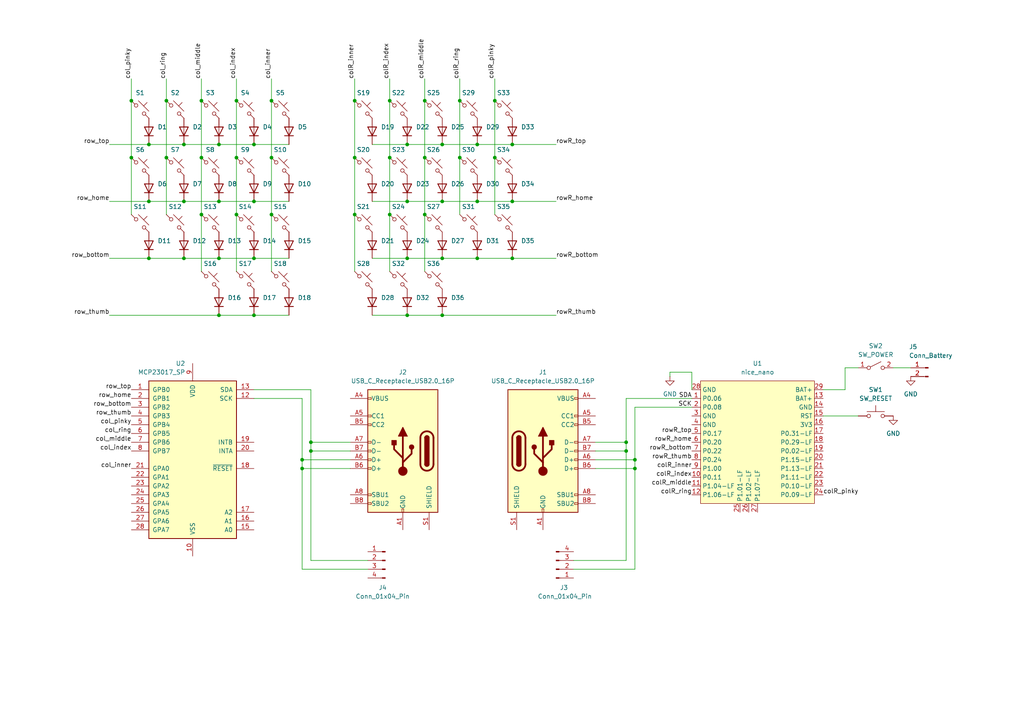
<source format=kicad_sch>
(kicad_sch (version 20250114) (generator "eeschema") (generator_version "9.0")
  (paper "A4")
  (junction (at 113.03 29.21))
  (junction (at 128.27 91.44))
  (junction (at 48.26 29.21))
  (junction (at 90.17 130.81))
  (junction (at 123.19 62.23))
  (junction (at 138.43 58.42))
  (junction (at 138.43 41.91))
  (junction (at 38.1 29.21))
  (junction (at 143.51 29.21))
  (junction (at 63.5 58.42))
  (junction (at 48.26 45.72))
  (junction (at 143.51 45.72))
  (junction (at 63.5 41.91))
  (junction (at 118.11 91.44))
  (junction (at 63.5 91.44))
  (junction (at 128.27 58.42))
  (junction (at 73.66 91.44))
  (junction (at 58.42 29.21))
  (junction (at 148.59 74.93))
  (junction (at 73.66 41.91))
  (junction (at 68.58 62.23))
  (junction (at 78.74 45.72))
  (junction (at 102.87 62.23))
  (junction (at 148.59 58.42))
  (junction (at 43.18 58.42))
  (junction (at 63.5 74.93))
  (junction (at 128.27 41.91))
  (junction (at 102.87 29.21))
  (junction (at 148.59 41.91))
  (junction (at 43.18 74.93))
  (junction (at 184.15 135.89))
  (junction (at 43.18 41.91))
  (junction (at 58.42 45.72))
  (junction (at 123.19 29.21))
  (junction (at 73.66 74.93))
  (junction (at 90.17 128.27))
  (junction (at 133.35 29.21))
  (junction (at 113.03 62.23))
  (junction (at 128.27 74.93))
  (junction (at 138.43 74.93))
  (junction (at 181.61 130.81))
  (junction (at 38.1 45.72))
  (junction (at 73.66 58.42))
  (junction (at 181.61 128.27))
  (junction (at 78.74 62.23))
  (junction (at 78.74 29.21))
  (junction (at 87.63 135.89))
  (junction (at 68.58 45.72))
  (junction (at 53.34 41.91))
  (junction (at 118.11 74.93))
  (junction (at 102.87 45.72))
  (junction (at 123.19 45.72))
  (junction (at 58.42 62.23))
  (junction (at 184.15 133.35))
  (junction (at 87.63 133.35))
  (junction (at 113.03 45.72))
  (junction (at 53.34 74.93))
  (junction (at 68.58 29.21))
  (junction (at 118.11 58.42))
  (junction (at 133.35 45.72))
  (junction (at 118.11 41.91))
  (junction (at 53.34 58.42))
  (wire (pts (xy 123.19 45.72) (xy 123.19 62.23)))
  (wire (pts (xy 58.42 62.23) (xy 58.42 78.74)))
  (wire (pts (xy 259.08 106.68) (xy 264.16 106.68)))
  (wire (pts (xy 31.75 58.42) (xy 43.18 58.42)))
  (wire (pts (xy 245.11 106.68) (xy 248.92 106.68)))
  (wire (pts (xy 68.58 62.23) (xy 68.58 78.74)))
  (wire (pts (xy 172.72 133.35) (xy 184.15 133.35)))
  (wire (pts (xy 133.35 29.21) (xy 133.35 45.72)))
  (wire (pts (xy 194.31 107.95) (xy 200.66 107.95)))
  (wire (pts (xy 118.11 58.42) (xy 128.27 58.42)))
  (wire (pts (xy 184.15 165.1) (xy 166.37 165.1)))
  (wire (pts (xy 143.51 45.72) (xy 143.51 62.23)))
  (wire (pts (xy 107.95 91.44) (xy 118.11 91.44)))
  (wire (pts (xy 53.34 41.91) (xy 63.5 41.91)))
  (wire (pts (xy 128.27 41.91) (xy 138.43 41.91)))
  (wire (pts (xy 118.11 74.93) (xy 128.27 74.93)))
  (wire (pts (xy 184.15 135.89) (xy 184.15 165.1)))
  (wire (pts (xy 181.61 128.27) (xy 172.72 128.27)))
  (wire (pts (xy 118.11 41.91) (xy 128.27 41.91)))
  (wire (pts (xy 102.87 45.72) (xy 102.87 62.23)))
  (wire (pts (xy 181.61 130.81) (xy 181.61 162.56)))
  (wire (pts (xy 128.27 74.93) (xy 138.43 74.93)))
  (wire (pts (xy 68.58 29.21) (xy 68.58 45.72)))
  (wire (pts (xy 106.68 165.1) (xy 87.63 165.1)))
  (wire (pts (xy 43.18 41.91) (xy 53.34 41.91)))
  (wire (pts (xy 38.1 45.72) (xy 38.1 62.23)))
  (wire (pts (xy 73.66 41.91) (xy 83.82 41.91)))
  (wire (pts (xy 138.43 58.42) (xy 148.59 58.42)))
  (wire (pts (xy 90.17 113.03) (xy 90.17 128.27)))
  (wire (pts (xy 166.37 162.56) (xy 181.61 162.56)))
  (wire (pts (xy 143.51 22.86) (xy 143.51 29.21)))
  (wire (pts (xy 184.15 133.35) (xy 184.15 135.89)))
  (wire (pts (xy 245.11 113.03) (xy 245.11 106.68)))
  (wire (pts (xy 90.17 130.81) (xy 90.17 162.56)))
  (wire (pts (xy 73.66 113.03) (xy 90.17 113.03)))
  (wire (pts (xy 123.19 62.23) (xy 123.19 78.74)))
  (wire (pts (xy 31.75 74.93) (xy 43.18 74.93)))
  (wire (pts (xy 148.59 74.93) (xy 161.29 74.93)))
  (wire (pts (xy 78.74 22.86) (xy 78.74 29.21)))
  (wire (pts (xy 53.34 58.42) (xy 63.5 58.42)))
  (wire (pts (xy 63.5 58.42) (xy 73.66 58.42)))
  (wire (pts (xy 102.87 62.23) (xy 102.87 78.74)))
  (wire (pts (xy 123.19 22.86) (xy 123.19 29.21)))
  (wire (pts (xy 87.63 133.35) (xy 101.6 133.35)))
  (wire (pts (xy 58.42 45.72) (xy 58.42 62.23)))
  (wire (pts (xy 53.34 74.93) (xy 63.5 74.93)))
  (wire (pts (xy 63.5 74.93) (xy 73.66 74.93)))
  (wire (pts (xy 90.17 128.27) (xy 101.6 128.27)))
  (wire (pts (xy 113.03 29.21) (xy 113.03 45.72)))
  (wire (pts (xy 63.5 91.44) (xy 73.66 91.44)))
  (wire (pts (xy 123.19 29.21) (xy 123.19 45.72)))
  (wire (pts (xy 118.11 91.44) (xy 128.27 91.44)))
  (wire (pts (xy 73.66 58.42) (xy 83.82 58.42)))
  (wire (pts (xy 73.66 91.44) (xy 83.82 91.44)))
  (wire (pts (xy 48.26 22.86) (xy 48.26 29.21)))
  (wire (pts (xy 90.17 162.56) (xy 106.68 162.56)))
  (wire (pts (xy 58.42 22.86) (xy 58.42 29.21)))
  (wire (pts (xy 78.74 29.21) (xy 78.74 45.72)))
  (wire (pts (xy 138.43 74.93) (xy 148.59 74.93)))
  (wire (pts (xy 58.42 29.21) (xy 58.42 45.72)))
  (wire (pts (xy 238.76 113.03) (xy 245.11 113.03)))
  (wire (pts (xy 107.95 74.93) (xy 118.11 74.93)))
  (wire (pts (xy 181.61 115.57) (xy 181.61 128.27)))
  (wire (pts (xy 133.35 45.72) (xy 133.35 62.23)))
  (wire (pts (xy 200.66 115.57) (xy 181.61 115.57)))
  (wire (pts (xy 101.6 135.89) (xy 87.63 135.89)))
  (wire (pts (xy 200.66 107.95) (xy 200.66 113.03)))
  (wire (pts (xy 90.17 128.27) (xy 90.17 130.81)))
  (wire (pts (xy 238.76 120.65) (xy 248.92 120.65)))
  (wire (pts (xy 143.51 29.21) (xy 143.51 45.72)))
  (wire (pts (xy 87.63 115.57) (xy 87.63 133.35)))
  (wire (pts (xy 172.72 130.81) (xy 181.61 130.81)))
  (wire (pts (xy 68.58 45.72) (xy 68.58 62.23)))
  (wire (pts (xy 102.87 22.86) (xy 102.87 29.21)))
  (wire (pts (xy 148.59 41.91) (xy 161.29 41.91)))
  (wire (pts (xy 63.5 41.91) (xy 73.66 41.91)))
  (wire (pts (xy 73.66 74.93) (xy 83.82 74.93)))
  (wire (pts (xy 102.87 29.21) (xy 102.87 45.72)))
  (wire (pts (xy 68.58 22.86) (xy 68.58 29.21)))
  (wire (pts (xy 78.74 45.72) (xy 78.74 62.23)))
  (wire (pts (xy 87.63 135.89) (xy 87.63 165.1)))
  (wire (pts (xy 73.66 115.57) (xy 87.63 115.57)))
  (wire (pts (xy 43.18 74.93) (xy 53.34 74.93)))
  (wire (pts (xy 107.95 58.42) (xy 118.11 58.42)))
  (wire (pts (xy 107.95 41.91) (xy 118.11 41.91)))
  (wire (pts (xy 128.27 91.44) (xy 161.29 91.44)))
  (wire (pts (xy 200.66 118.11) (xy 184.15 118.11)))
  (wire (pts (xy 128.27 58.42) (xy 138.43 58.42)))
  (wire (pts (xy 184.15 118.11) (xy 184.15 133.35)))
  (wire (pts (xy 31.75 91.44) (xy 63.5 91.44)))
  (wire (pts (xy 87.63 133.35) (xy 87.63 135.89)))
  (wire (pts (xy 133.35 22.86) (xy 133.35 29.21)))
  (wire (pts (xy 194.31 107.95) (xy 194.31 109.22)))
  (wire (pts (xy 113.03 22.86) (xy 113.03 29.21)))
  (wire (pts (xy 101.6 130.81) (xy 90.17 130.81)))
  (wire (pts (xy 172.72 135.89) (xy 184.15 135.89)))
  (wire (pts (xy 31.75 41.91) (xy 43.18 41.91)))
  (wire (pts (xy 38.1 29.21) (xy 38.1 45.72)))
  (wire (pts (xy 78.74 62.23) (xy 78.74 78.74)))
  (wire (pts (xy 43.18 58.42) (xy 53.34 58.42)))
  (wire (pts (xy 48.26 45.72) (xy 48.26 62.23)))
  (wire (pts (xy 113.03 45.72) (xy 113.03 62.23)))
  (wire (pts (xy 38.1 22.86) (xy 38.1 29.21)))
  (wire (pts (xy 181.61 128.27) (xy 181.61 130.81)))
  (wire (pts (xy 138.43 41.91) (xy 148.59 41.91)))
  (wire (pts (xy 113.03 62.23) (xy 113.03 78.74)))
  (wire (pts (xy 48.26 29.21) (xy 48.26 45.72)))
  (wire (pts (xy 148.59 58.42) (xy 161.29 58.42)))
  (label "row_top" (at 38.1 113.03 180))
  (label "col_pinky" (at 38.1 123.19 180))
  (label "SDA" (at 200.66 115.57 180))
  (label "rowR_bottom" (at 161.29 74.93 0))
  (label "row_top" (at 31.75 41.91 180))
  (label "row_bottom" (at 38.1 118.11 180))
  (label "colR_index" (at 113.03 22.86 90))
  (label "rowR_top" (at 200.66 125.73 180))
  (label "row_home" (at 31.75 58.42 180))
  (label "SCK" (at 200.66 118.11 180))
  (label "rowR_home" (at 200.66 128.27 180))
  (label "col_middle" (at 38.1 128.27 180))
  (label "row_thumb" (at 31.75 91.44 180))
  (label "colR_ring" (at 133.35 22.86 90))
  (label "col_index" (at 38.1 130.81 180))
  (label "rowR_thumb" (at 200.66 133.35 180))
  (label "row_home" (at 38.1 115.57 180))
  (label "rowR_home" (at 161.29 58.42 0))
  (label "row_thumb" (at 38.1 120.65 180))
  (label "row_bottom" (at 31.75 74.93 180))
  (label "colR_ring" (at 200.66 143.51 180))
  (label "colR_middle" (at 200.66 140.97 180))
  (label "colR_inner" (at 200.66 135.89 180))
  (label "rowR_thumb" (at 161.29 91.44 0))
  (label "col_index" (at 68.58 22.86 90))
  (label "col_inner" (at 78.74 22.86 90))
  (label "col_inner" (at 38.1 135.89 180))
  (label "colR_inner" (at 102.87 22.86 90))
  (label "colR_index" (at 200.66 138.43 180))
  (label "col_middle" (at 58.42 22.86 90))
  (label "colR_middle" (at 123.19 22.86 90))
  (label "rowR_bottom" (at 200.66 130.81 180))
  (label "colR_pinky" (at 143.51 22.86 90))
  (label "colR_pinky" (at 238.76 143.51 0))
  (label "col_pinky" (at 38.1 22.86 90))
  (label "col_ring" (at 38.1 125.73 180))
  (label "rowR_top" (at 161.29 41.91 0))
  (label "col_ring" (at 48.26 22.86 90))
  (symbol (lib_id "PCM_marbastlib-choc:choc_v1_SW_HS_CPG135001S30") (at 115.57 48.26 0) (unit 1)
    (property "Reference" "S23" (at 115.57 43.434 0))
    (property "Value" "choc_v1_SW_HS" (effects (hide yes)))
    (property "Footprint" "PCM_marbastlib-choc:SW_choc_v1_HS_CPG135001S30_1u" (effects (hide yes)))
    (property "Description" "Push button switch, normally open, two pins, 45° tilted" (effects (hide yes)))
  )
  (symbol (lib_id "Diode:1N4148") (at 53.34 54.61 90) (unit 1)
    (property "Reference" "D7" (at 55.88 53.3399 90) (effects (justify right)))
    (property "Value" "1N4148" (effects (hide yes)))
    (property "Footprint" "Diode_THT:D_DO-35_SOD27_P7.62mm_Horizontal" (effects (hide yes)))
    (property "Datasheet" "https://assets.nexperia.com/documents/data-sheet/1N4148_1N4448.pdf" (effects (hide yes)))
    (property "Description" "100V 0.15A standard switching diode, DO-35" (effects (hide yes)))
    (property "Sim.Device" "D" (effects (hide yes)))
    (property "Sim.Pins" "1=K 2=A" (effects (hide yes)))
  )
  (symbol (lib_id "Diode:1N4148") (at 73.66 71.12 90) (unit 1)
    (property "Reference" "D14" (at 76.2 69.8499 90) (effects (justify right)))
    (property "Value" "1N4148" (effects (hide yes)))
    (property "Footprint" "Diode_THT:D_DO-35_SOD27_P7.62mm_Horizontal" (effects (hide yes)))
    (property "Datasheet" "https://assets.nexperia.com/documents/data-sheet/1N4148_1N4448.pdf" (effects (hide yes)))
    (property "Description" "100V 0.15A standard switching diode, DO-35" (effects (hide yes)))
    (property "Sim.Device" "D" (effects (hide yes)))
    (property "Sim.Pins" "1=K 2=A" (effects (hide yes)))
  )
  (symbol (lib_id "PCM_marbastlib-choc:choc_v1_SW_HS_CPG135001S30") (at 105.41 48.26 0) (unit 1)
    (property "Reference" "S20" (at 105.41 43.434 0))
    (property "Value" "choc_v1_SW_HS" (effects (hide yes)))
    (property "Footprint" "PCM_marbastlib-choc:SW_choc_v1_HS_CPG135001S30_1u" (effects (hide yes)))
    (property "Description" "Push button switch, normally open, two pins, 45° tilted" (effects (hide yes)))
  )
  (symbol (lib_id "PCM_marbastlib-choc:choc_v1_SW_HS_CPG135001S30") (at 125.73 64.77 0) (unit 1)
    (property "Reference" "S27" (at 125.73 59.944 0))
    (property "Value" "choc_v1_SW_HS" (effects (hide yes)))
    (property "Footprint" "PCM_marbastlib-choc:SW_choc_v1_HS_CPG135001S30_1u" (effects (hide yes)))
    (property "Description" "Push button switch, normally open, two pins, 45° tilted" (effects (hide yes)))
  )
  (symbol (lib_id "PCM_marbastlib-choc:choc_v1_SW_HS_CPG135001S30") (at 60.96 81.28 0) (unit 1)
    (property "Reference" "S16" (at 60.96 76.454 0))
    (property "Value" "choc_v1_SW_HS" (effects (hide yes)))
    (property "Footprint" "PCM_marbastlib-choc:SW_choc_v1_HS_CPG135001S30_1u" (effects (hide yes)))
    (property "Description" "Push button switch, normally open, two pins, 45° tilted" (effects (hide yes)))
  )
  (symbol (lib_id "PCM_marbastlib-choc:choc_v1_SW_HS_CPG135001S30") (at 146.05 64.77 0) (unit 1)
    (property "Reference" "S35" (at 146.05 59.944 0))
    (property "Value" "choc_v1_SW_HS" (effects (hide yes)))
    (property "Footprint" "PCM_marbastlib-choc:SW_choc_v1_HS_CPG135001S30_1u" (effects (hide yes)))
    (property "Description" "Push button switch, normally open, two pins, 45° tilted" (effects (hide yes)))
  )
  (symbol (lib_id "PCM_marbastlib-choc:choc_v1_SW_HS_CPG135001S30") (at 40.64 64.77 0) (unit 1)
    (property "Reference" "S11" (at 40.64 59.944 0))
    (property "Value" "choc_v1_SW_HS" (effects (hide yes)))
    (property "Footprint" "PCM_marbastlib-choc:SW_choc_v1_HS_CPG135001S30_1u" (effects (hide yes)))
    (property "Description" "Push button switch, normally open, two pins, 45° tilted" (effects (hide yes)))
  )
  (symbol (lib_id "Diode:1N4148") (at 148.59 54.61 90) (unit 1)
    (property "Reference" "D34" (at 151.13 53.3399 90) (effects (justify right)))
    (property "Value" "1N4148" (effects (hide yes)))
    (property "Footprint" "Diode_THT:D_DO-35_SOD27_P7.62mm_Horizontal" (effects (hide yes)))
    (property "Datasheet" "https://assets.nexperia.com/documents/data-sheet/1N4148_1N4448.pdf" (effects (hide yes)))
    (property "Description" "100V 0.15A standard switching diode, DO-35" (effects (hide yes)))
    (property "Sim.Device" "D" (effects (hide yes)))
    (property "Sim.Pins" "1=K 2=A" (effects (hide yes)))
  )
  (symbol (lib_id "Interface_Expansion:MCP23017_SP") (at 55.88 133.35 0) (mirror y) (unit 1)
    (property "Reference" "U2" (at 53.7367 105.41 0) (effects (justify left)))
    (property "Value" "MCP23017_SP" (at 53.7367 107.95 0) (effects (justify left)))
    (property "Footprint" "Package_DIP:DIP-28_W7.62mm" (effects (hide yes)))
    (property "Datasheet" "https://ww1.microchip.com/downloads/aemDocuments/documents/APID/ProductDocuments/DataSheets/MCP23017-Data-Sheet-DS20001952.pdf" (effects (hide yes)))
    (property "Description" "16-bit I/O expander, I2C, interrupts, w pull-ups, SPDIP-28" (effects (hide yes)))
  )
  (symbol (lib_id "Diode:1N4148") (at 63.5 87.63 90) (unit 1)
    (property "Reference" "D16" (at 66.04 86.3599 90) (effects (justify right)))
    (property "Value" "1N4148" (effects (hide yes)))
    (property "Footprint" "Diode_THT:D_DO-35_SOD27_P7.62mm_Horizontal" (effects (hide yes)))
    (property "Datasheet" "https://assets.nexperia.com/documents/data-sheet/1N4148_1N4448.pdf" (effects (hide yes)))
    (property "Description" "100V 0.15A standard switching diode, DO-35" (effects (hide yes)))
    (property "Sim.Device" "D" (effects (hide yes)))
    (property "Sim.Pins" "1=K 2=A" (effects (hide yes)))
  )
  (symbol (lib_id "Diode:1N4148") (at 128.27 54.61 90) (unit 1)
    (property "Reference" "D26" (at 130.81 53.3399 90) (effects (justify right)))
    (property "Value" "1N4148" (effects (hide yes)))
    (property "Footprint" "Diode_THT:D_DO-35_SOD27_P7.62mm_Horizontal" (effects (hide yes)))
    (property "Datasheet" "https://assets.nexperia.com/documents/data-sheet/1N4148_1N4448.pdf" (effects (hide yes)))
    (property "Description" "100V 0.15A standard switching diode, DO-35" (effects (hide yes)))
    (property "Sim.Device" "D" (effects (hide yes)))
    (property "Sim.Pins" "1=K 2=A" (effects (hide yes)))
  )
  (symbol (lib_id "Switch:SW_Push") (at 254 120.65 0) (unit 1)
    (property "Reference" "SW1" (at 254 113.03 0))
    (property "Value" "SW_RESET" (at 254 115.57 0))
    (property "Footprint" "Button_Switch_SMD:SW_Push_SPST_NO_Alps_SKRK" (effects (hide yes)))
    (property "Description" "Push button switch, generic, two pins" (effects (hide yes)))
  )
  (symbol (lib_id "Diode:1N4148") (at 138.43 38.1 90) (unit 1)
    (property "Reference" "D29" (at 140.97 36.8299 90) (effects (justify right)))
    (property "Value" "1N4148" (effects (hide yes)))
    (property "Footprint" "Diode_THT:D_DO-35_SOD27_P7.62mm_Horizontal" (effects (hide yes)))
    (property "Datasheet" "https://assets.nexperia.com/documents/data-sheet/1N4148_1N4448.pdf" (effects (hide yes)))
    (property "Description" "100V 0.15A standard switching diode, DO-35" (effects (hide yes)))
    (property "Sim.Device" "D" (effects (hide yes)))
    (property "Sim.Pins" "1=K 2=A" (effects (hide yes)))
  )
  (symbol (lib_id "PCM_marbastlib-choc:choc_v1_SW_HS_CPG135001S30") (at 125.73 81.28 0) (unit 1)
    (property "Reference" "S36" (at 125.73 76.454 0))
    (property "Value" "choc_v1_SW_HS" (effects (hide yes)))
    (property "Footprint" "PCM_marbastlib-choc:SW_choc_v1_HS_CPG135001S30_1u" (effects (hide yes)))
    (property "Description" "Push button switch, normally open, two pins, 45° tilted" (effects (hide yes)))
  )
  (symbol (lib_id "Diode:1N4148") (at 148.59 38.1 90) (unit 1)
    (property "Reference" "D33" (at 151.13 36.8299 90) (effects (justify right)))
    (property "Value" "1N4148" (effects (hide yes)))
    (property "Footprint" "Diode_THT:D_DO-35_SOD27_P7.62mm_Horizontal" (effects (hide yes)))
    (property "Datasheet" "https://assets.nexperia.com/documents/data-sheet/1N4148_1N4448.pdf" (effects (hide yes)))
    (property "Description" "100V 0.15A standard switching diode, DO-35" (effects (hide yes)))
    (property "Sim.Device" "D" (effects (hide yes)))
    (property "Sim.Pins" "1=K 2=A" (effects (hide yes)))
  )
  (symbol (lib_id "Diode:1N4148") (at 83.82 71.12 90) (unit 1)
    (property "Reference" "D15" (at 86.36 69.8499 90) (effects (justify right)))
    (property "Value" "1N4148" (effects (hide yes)))
    (property "Footprint" "Diode_THT:D_DO-35_SOD27_P7.62mm_Horizontal" (effects (hide yes)))
    (property "Datasheet" "https://assets.nexperia.com/documents/data-sheet/1N4148_1N4448.pdf" (effects (hide yes)))
    (property "Description" "100V 0.15A standard switching diode, DO-35" (effects (hide yes)))
    (property "Sim.Device" "D" (effects (hide yes)))
    (property "Sim.Pins" "1=K 2=A" (effects (hide yes)))
  )
  (symbol (lib_id "PCM_marbastlib-promicroish:nice_nano") (at 219.71 129.54 0) (unit 1) (in_bom no)
    (property "Reference" "U1" (at 219.71 105.41 0))
    (property "Value" "nice_nano" (at 219.71 107.95 0))
    (property "Footprint" "PCM_marbastlib-xp-promicroish:nice_nano_AH_USBup" (effects (hide yes)))
    (property "Datasheet" "https://nicekeyboards.com/docs/nice-nano/pinout-schematic" (effects (hide yes)))
    (property "Description" "Symbol for an nicekeyboards nice!nano" (effects (hide yes)))
  )
  (symbol (lib_id "Diode:1N4148") (at 73.66 54.61 90) (unit 1)
    (property "Reference" "D9" (at 76.2 53.3399 90) (effects (justify right)))
    (property "Value" "1N4148" (effects (hide yes)))
    (property "Footprint" "Diode_THT:D_DO-35_SOD27_P7.62mm_Horizontal" (effects (hide yes)))
    (property "Datasheet" "https://assets.nexperia.com/documents/data-sheet/1N4148_1N4448.pdf" (effects (hide yes)))
    (property "Description" "100V 0.15A standard switching diode, DO-35" (effects (hide yes)))
    (property "Sim.Device" "D" (effects (hide yes)))
    (property "Sim.Pins" "1=K 2=A" (effects (hide yes)))
  )
  (symbol (lib_id "Diode:1N4148") (at 73.66 87.63 90) (unit 1)
    (property "Reference" "D17" (at 76.2 86.3599 90) (effects (justify right)))
    (property "Value" "1N4148" (effects (hide yes)))
    (property "Footprint" "Diode_THT:D_DO-35_SOD27_P7.62mm_Horizontal" (effects (hide yes)))
    (property "Datasheet" "https://assets.nexperia.com/documents/data-sheet/1N4148_1N4448.pdf" (effects (hide yes)))
    (property "Description" "100V 0.15A standard switching diode, DO-35" (effects (hide yes)))
    (property "Sim.Device" "D" (effects (hide yes)))
    (property "Sim.Pins" "1=K 2=A" (effects (hide yes)))
  )
  (symbol (lib_id "Connector:Conn_01x02_Pin") (at 269.24 106.68 0) (mirror y) (unit 1)
    (property "Reference" "J5" (at 263.652 100.584 0) (effects (justify right)))
    (property "Value" "Conn_Battery" (at 263.652 103.124 0) (effects (justify right)))
    (property "Footprint" "Connector_JST:JST_EH_S2B-EH_1x02_P2.50mm_Horizontal" (effects (hide yes)))
    (property "Description" "Generic connector, single row, 01x02, script generated" (effects (hide yes)))
  )
  (symbol (lib_id "PCM_marbastlib-choc:choc_v1_SW_HS_CPG135001S30") (at 105.41 31.75 0) (unit 1)
    (property "Reference" "S19" (at 105.41 26.924 0))
    (property "Value" "choc_v1_SW_HS" (effects (hide yes)))
    (property "Footprint" "PCM_marbastlib-choc:SW_choc_v1_HS_CPG135001S30_1u" (effects (hide yes)))
    (property "Description" "Push button switch, normally open, two pins, 45° tilted" (effects (hide yes)))
  )
  (symbol (lib_id "Diode:1N4148") (at 53.34 38.1 90) (unit 1)
    (property "Reference" "D2" (at 55.88 36.8299 90) (effects (justify right)))
    (property "Value" "1N4148" (effects (hide yes)))
    (property "Footprint" "Diode_THT:D_DO-35_SOD27_P7.62mm_Horizontal" (effects (hide yes)))
    (property "Datasheet" "https://assets.nexperia.com/documents/data-sheet/1N4148_1N4448.pdf" (effects (hide yes)))
    (property "Description" "100V 0.15A standard switching diode, DO-35" (effects (hide yes)))
    (property "Sim.Device" "D" (effects (hide yes)))
    (property "Sim.Pins" "1=K 2=A" (effects (hide yes)))
  )
  (symbol (lib_id "Diode:1N4148") (at 63.5 71.12 90) (unit 1)
    (property "Reference" "D13" (at 66.04 69.8499 90) (effects (justify right)))
    (property "Value" "1N4148" (effects (hide yes)))
    (property "Footprint" "Diode_THT:D_DO-35_SOD27_P7.62mm_Horizontal" (effects (hide yes)))
    (property "Datasheet" "https://assets.nexperia.com/documents/data-sheet/1N4148_1N4448.pdf" (effects (hide yes)))
    (property "Description" "100V 0.15A standard switching diode, DO-35" (effects (hide yes)))
    (property "Sim.Device" "D" (effects (hide yes)))
    (property "Sim.Pins" "1=K 2=A" (effects (hide yes)))
  )
  (symbol (lib_id "PCM_marbastlib-choc:choc_v1_SW_HS_CPG135001S30") (at 135.89 64.77 0) (unit 1)
    (property "Reference" "S31" (at 135.89 59.944 0))
    (property "Value" "choc_v1_SW_HS" (effects (hide yes)))
    (property "Footprint" "PCM_marbastlib-choc:SW_choc_v1_HS_CPG135001S30_1u" (effects (hide yes)))
    (property "Description" "Push button switch, normally open, two pins, 45° tilted" (effects (hide yes)))
  )
  (symbol (lib_id "Diode:1N4148") (at 118.11 54.61 90) (unit 1)
    (property "Reference" "D23" (at 120.65 53.3399 90) (effects (justify right)))
    (property "Value" "1N4148" (effects (hide yes)))
    (property "Footprint" "Diode_THT:D_DO-35_SOD27_P7.62mm_Horizontal" (effects (hide yes)))
    (property "Datasheet" "https://assets.nexperia.com/documents/data-sheet/1N4148_1N4448.pdf" (effects (hide yes)))
    (property "Description" "100V 0.15A standard switching diode, DO-35" (effects (hide yes)))
    (property "Sim.Device" "D" (effects (hide yes)))
    (property "Sim.Pins" "1=K 2=A" (effects (hide yes)))
  )
  (symbol (lib_id "power:GND") (at 194.31 109.22 0) (unit 1)
    (property "Reference" "#PWR02" (effects (hide yes)))
    (property "Value" "GND" (at 194.31 114.3 0))
    (property "Description" "Power symbol creates a global label with name \"GND\" , ground" (effects (hide yes)))
  )
  (symbol (lib_id "PCM_marbastlib-choc:choc_v1_SW_HS_CPG135001S30") (at 125.73 31.75 0) (unit 1)
    (property "Reference" "S25" (at 125.73 26.924 0))
    (property "Value" "choc_v1_SW_HS" (effects (hide yes)))
    (property "Footprint" "PCM_marbastlib-choc:SW_choc_v1_HS_CPG135001S30_1u" (effects (hide yes)))
    (property "Description" "Push button switch, normally open, two pins, 45° tilted" (effects (hide yes)))
  )
  (symbol (lib_id "Diode:1N4148") (at 128.27 38.1 90) (unit 1)
    (property "Reference" "D25" (at 130.81 36.8299 90) (effects (justify right)))
    (property "Value" "1N4148" (effects (hide yes)))
    (property "Footprint" "Diode_THT:D_DO-35_SOD27_P7.62mm_Horizontal" (effects (hide yes)))
    (property "Datasheet" "https://assets.nexperia.com/documents/data-sheet/1N4148_1N4448.pdf" (effects (hide yes)))
    (property "Description" "100V 0.15A standard switching diode, DO-35" (effects (hide yes)))
    (property "Sim.Device" "D" (effects (hide yes)))
    (property "Sim.Pins" "1=K 2=A" (effects (hide yes)))
  )
  (symbol (lib_id "PCM_marbastlib-choc:choc_v1_SW_HS_CPG135001S30") (at 40.64 48.26 0) (unit 1)
    (property "Reference" "S6" (at 40.64 43.434 0))
    (property "Value" "choc_v1_SW_HS" (effects (hide yes)))
    (property "Footprint" "PCM_marbastlib-choc:SW_choc_v1_HS_CPG135001S30_1u" (effects (hide yes)))
    (property "Description" "Push button switch, normally open, two pins, 45° tilted" (effects (hide yes)))
  )
  (symbol (lib_id "Diode:1N4148") (at 73.66 38.1 90) (unit 1)
    (property "Reference" "D4" (at 76.2 36.8299 90) (effects (justify right)))
    (property "Value" "1N4148" (effects (hide yes)))
    (property "Footprint" "Diode_THT:D_DO-35_SOD27_P7.62mm_Horizontal" (effects (hide yes)))
    (property "Datasheet" "https://assets.nexperia.com/documents/data-sheet/1N4148_1N4448.pdf" (effects (hide yes)))
    (property "Description" "100V 0.15A standard switching diode, DO-35" (effects (hide yes)))
    (property "Sim.Device" "D" (effects (hide yes)))
    (property "Sim.Pins" "1=K 2=A" (effects (hide yes)))
  )
  (symbol (lib_id "PCM_marbastlib-choc:choc_v1_SW_HS_CPG135001S30") (at 60.96 64.77 0) (unit 1)
    (property "Reference" "S13" (at 60.96 59.944 0))
    (property "Value" "choc_v1_SW_HS" (effects (hide yes)))
    (property "Footprint" "PCM_marbastlib-choc:SW_choc_v1_HS_CPG135001S30_1u" (effects (hide yes)))
    (property "Description" "Push button switch, normally open, two pins, 45° tilted" (effects (hide yes)))
  )
  (symbol (lib_id "PCM_marbastlib-choc:choc_v1_SW_HS_CPG135001S30") (at 105.41 64.77 0) (unit 1)
    (property "Reference" "S21" (at 105.41 59.944 0))
    (property "Value" "choc_v1_SW_HS" (effects (hide yes)))
    (property "Footprint" "PCM_marbastlib-choc:SW_choc_v1_HS_CPG135001S30_1u" (effects (hide yes)))
    (property "Description" "Push button switch, normally open, two pins, 45° tilted" (effects (hide yes)))
  )
  (symbol (lib_id "Diode:1N4148") (at 83.82 87.63 90) (unit 1)
    (property "Reference" "D18" (at 86.36 86.3599 90) (effects (justify right)))
    (property "Value" "1N4148" (effects (hide yes)))
    (property "Footprint" "Diode_THT:D_DO-35_SOD27_P7.62mm_Horizontal" (effects (hide yes)))
    (property "Datasheet" "https://assets.nexperia.com/documents/data-sheet/1N4148_1N4448.pdf" (effects (hide yes)))
    (property "Description" "100V 0.15A standard switching diode, DO-35" (effects (hide yes)))
    (property "Sim.Device" "D" (effects (hide yes)))
    (property "Sim.Pins" "1=K 2=A" (effects (hide yes)))
  )
  (symbol (lib_id "Diode:1N4148") (at 148.59 71.12 90) (unit 1)
    (property "Reference" "D35" (at 151.13 69.8499 90) (effects (justify right)))
    (property "Value" "1N4148" (effects (hide yes)))
    (property "Footprint" "Diode_THT:D_DO-35_SOD27_P7.62mm_Horizontal" (effects (hide yes)))
    (property "Datasheet" "https://assets.nexperia.com/documents/data-sheet/1N4148_1N4448.pdf" (effects (hide yes)))
    (property "Description" "100V 0.15A standard switching diode, DO-35" (effects (hide yes)))
    (property "Sim.Device" "D" (effects (hide yes)))
    (property "Sim.Pins" "1=K 2=A" (effects (hide yes)))
  )
  (symbol (lib_id "Diode:1N4148") (at 107.95 71.12 90) (unit 1)
    (property "Reference" "D21" (at 110.49 69.8499 90) (effects (justify right)))
    (property "Value" "1N4148" (effects (hide yes)))
    (property "Footprint" "Diode_THT:D_DO-35_SOD27_P7.62mm_Horizontal" (effects (hide yes)))
    (property "Datasheet" "https://assets.nexperia.com/documents/data-sheet/1N4148_1N4448.pdf" (effects (hide yes)))
    (property "Description" "100V 0.15A standard switching diode, DO-35" (effects (hide yes)))
    (property "Sim.Device" "D" (effects (hide yes)))
    (property "Sim.Pins" "1=K 2=A" (effects (hide yes)))
  )
  (symbol (lib_id "PCM_marbastlib-choc:choc_v1_SW_HS_CPG135001S30") (at 81.28 81.28 0) (unit 1)
    (property "Reference" "S18" (at 81.28 76.454 0))
    (property "Value" "choc_v1_SW_HS" (effects (hide yes)))
    (property "Footprint" "PCM_marbastlib-choc:SW_choc_v1_HS_CPG135001S30_1u" (effects (hide yes)))
    (property "Description" "Push button switch, normally open, two pins, 45° tilted" (effects (hide yes)))
  )
  (symbol (lib_id "Connector:USB_C_Receptacle_USB2.0_16P") (at 116.84 130.81 0) (mirror y) (unit 1)
    (property "Reference" "J2" (at 116.84 107.95 0))
    (property "Value" "USB_C_Receptacle_USB2.0_16P" (at 116.84 110.49 0))
    (property "Footprint" "Connector_USB:USB_C_Receptacle_GCT_USB4085" (effects (hide yes)))
    (property "Datasheet" "https://www.usb.org/sites/default/files/documents/usb_type-c.zip" (effects (hide yes)))
    (property "Description" "USB 2.0-only 16P Type-C Receptacle connector" (effects (hide yes)))
  )
  (symbol (lib_id "Diode:1N4148") (at 107.95 38.1 90) (unit 1)
    (property "Reference" "D19" (at 110.49 36.8299 90) (effects (justify right)))
    (property "Value" "1N4148" (effects (hide yes)))
    (property "Footprint" "Diode_THT:D_DO-35_SOD27_P7.62mm_Horizontal" (effects (hide yes)))
    (property "Datasheet" "https://assets.nexperia.com/documents/data-sheet/1N4148_1N4448.pdf" (effects (hide yes)))
    (property "Description" "100V 0.15A standard switching diode, DO-35" (effects (hide yes)))
    (property "Sim.Device" "D" (effects (hide yes)))
    (property "Sim.Pins" "1=K 2=A" (effects (hide yes)))
  )
  (symbol (lib_id "PCM_marbastlib-choc:choc_v1_SW_HS_CPG135001S30") (at 50.8 31.75 0) (unit 1)
    (property "Reference" "S2" (at 50.8 26.924 0))
    (property "Value" "choc_v1_SW_HS" (effects (hide yes)))
    (property "Footprint" "PCM_marbastlib-choc:SW_choc_v1_HS_CPG135001S30_1u" (effects (hide yes)))
    (property "Description" "Push button switch, normally open, two pins, 45° tilted" (effects (hide yes)))
  )
  (symbol (lib_id "Diode:1N4148") (at 138.43 54.61 90) (unit 1)
    (property "Reference" "D30" (at 140.97 53.3399 90) (effects (justify right)))
    (property "Value" "1N4148" (effects (hide yes)))
    (property "Footprint" "Diode_THT:D_DO-35_SOD27_P7.62mm_Horizontal" (effects (hide yes)))
    (property "Datasheet" "https://assets.nexperia.com/documents/data-sheet/1N4148_1N4448.pdf" (effects (hide yes)))
    (property "Description" "100V 0.15A standard switching diode, DO-35" (effects (hide yes)))
    (property "Sim.Device" "D" (effects (hide yes)))
    (property "Sim.Pins" "1=K 2=A" (effects (hide yes)))
  )
  (symbol (lib_id "Diode:1N4148") (at 118.11 71.12 90) (unit 1)
    (property "Reference" "D24" (at 120.65 69.8499 90) (effects (justify right)))
    (property "Value" "1N4148" (effects (hide yes)))
    (property "Footprint" "Diode_THT:D_DO-35_SOD27_P7.62mm_Horizontal" (effects (hide yes)))
    (property "Datasheet" "https://assets.nexperia.com/documents/data-sheet/1N4148_1N4448.pdf" (effects (hide yes)))
    (property "Description" "100V 0.15A standard switching diode, DO-35" (effects (hide yes)))
    (property "Sim.Device" "D" (effects (hide yes)))
    (property "Sim.Pins" "1=K 2=A" (effects (hide yes)))
  )
  (symbol (lib_id "PCM_marbastlib-choc:choc_v1_SW_HS_CPG135001S30") (at 71.12 48.26 0) (unit 1)
    (property "Reference" "S9" (at 71.12 43.434 0))
    (property "Value" "choc_v1_SW_HS" (effects (hide yes)))
    (property "Footprint" "PCM_marbastlib-choc:SW_choc_v1_HS_CPG135001S30_1u" (effects (hide yes)))
    (property "Description" "Push button switch, normally open, two pins, 45° tilted" (effects (hide yes)))
  )
  (symbol (lib_id "Diode:1N4148") (at 118.11 38.1 90) (unit 1)
    (property "Reference" "D22" (at 120.65 36.8299 90) (effects (justify right)))
    (property "Value" "1N4148" (effects (hide yes)))
    (property "Footprint" "Diode_THT:D_DO-35_SOD27_P7.62mm_Horizontal" (effects (hide yes)))
    (property "Datasheet" "https://assets.nexperia.com/documents/data-sheet/1N4148_1N4448.pdf" (effects (hide yes)))
    (property "Description" "100V 0.15A standard switching diode, DO-35" (effects (hide yes)))
    (property "Sim.Device" "D" (effects (hide yes)))
    (property "Sim.Pins" "1=K 2=A" (effects (hide yes)))
  )
  (symbol (lib_id "PCM_marbastlib-choc:choc_v1_SW_HS_CPG135001S30") (at 146.05 31.75 0) (unit 1)
    (property "Reference" "S33" (at 146.05 26.924 0))
    (property "Value" "choc_v1_SW_HS" (effects (hide yes)))
    (property "Footprint" "PCM_marbastlib-choc:SW_choc_v1_HS_CPG135001S30_1u" (effects (hide yes)))
    (property "Description" "Push button switch, normally open, two pins, 45° tilted" (effects (hide yes)))
  )
  (symbol (lib_id "PCM_marbastlib-choc:choc_v1_SW_HS_CPG135001S30") (at 71.12 31.75 0) (unit 1)
    (property "Reference" "S4" (at 71.12 26.924 0))
    (property "Value" "choc_v1_SW_HS" (effects (hide yes)))
    (property "Footprint" "PCM_marbastlib-choc:SW_choc_v1_HS_CPG135001S30_1u" (effects (hide yes)))
    (property "Description" "Push button switch, normally open, two pins, 45° tilted" (effects (hide yes)))
  )
  (symbol (lib_id "PCM_marbastlib-choc:choc_v1_SW_HS_CPG135001S30") (at 50.8 64.77 0) (unit 1)
    (property "Reference" "S12" (at 50.8 59.944 0))
    (property "Value" "choc_v1_SW_HS" (effects (hide yes)))
    (property "Footprint" "PCM_marbastlib-choc:SW_choc_v1_HS_CPG135001S30_1u" (effects (hide yes)))
    (property "Description" "Push button switch, normally open, two pins, 45° tilted" (effects (hide yes)))
  )
  (symbol (lib_id "Diode:1N4148") (at 128.27 71.12 90) (unit 1)
    (property "Reference" "D27" (at 130.81 69.8499 90) (effects (justify right)))
    (property "Value" "1N4148" (effects (hide yes)))
    (property "Footprint" "Diode_THT:D_DO-35_SOD27_P7.62mm_Horizontal" (effects (hide yes)))
    (property "Datasheet" "https://assets.nexperia.com/documents/data-sheet/1N4148_1N4448.pdf" (effects (hide yes)))
    (property "Description" "100V 0.15A standard switching diode, DO-35" (effects (hide yes)))
    (property "Sim.Device" "D" (effects (hide yes)))
    (property "Sim.Pins" "1=K 2=A" (effects (hide yes)))
  )
  (symbol (lib_id "Diode:1N4148") (at 128.27 87.63 90) (unit 1)
    (property "Reference" "D36" (at 130.81 86.3599 90) (effects (justify right)))
    (property "Value" "1N4148" (effects (hide yes)))
    (property "Footprint" "Diode_THT:D_DO-35_SOD27_P7.62mm_Horizontal" (effects (hide yes)))
    (property "Datasheet" "https://assets.nexperia.com/documents/data-sheet/1N4148_1N4448.pdf" (effects (hide yes)))
    (property "Description" "100V 0.15A standard switching diode, DO-35" (effects (hide yes)))
    (property "Sim.Device" "D" (effects (hide yes)))
    (property "Sim.Pins" "1=K 2=A" (effects (hide yes)))
  )
  (symbol (lib_id "PCM_marbastlib-choc:choc_v1_SW_HS_CPG135001S30") (at 60.96 31.75 0) (unit 1)
    (property "Reference" "S3" (at 60.96 26.924 0))
    (property "Value" "choc_v1_SW_HS" (effects (hide yes)))
    (property "Footprint" "PCM_marbastlib-choc:SW_choc_v1_HS_CPG135001S30_1u" (effects (hide yes)))
    (property "Description" "Push button switch, normally open, two pins, 45° tilted" (effects (hide yes)))
  )
  (symbol (lib_id "Diode:1N4148") (at 43.18 54.61 90) (unit 1)
    (property "Reference" "D6" (at 45.72 53.3399 90) (effects (justify right)))
    (property "Value" "1N4148" (effects (hide yes)))
    (property "Footprint" "Diode_THT:D_DO-35_SOD27_P7.62mm_Horizontal" (effects (hide yes)))
    (property "Datasheet" "https://assets.nexperia.com/documents/data-sheet/1N4148_1N4448.pdf" (effects (hide yes)))
    (property "Description" "100V 0.15A standard switching diode, DO-35" (effects (hide yes)))
    (property "Sim.Device" "D" (effects (hide yes)))
    (property "Sim.Pins" "1=K 2=A" (effects (hide yes)))
  )
  (symbol (lib_id "power:GND") (at 259.08 120.65 0) (unit 1)
    (property "Reference" "#PWR01" (effects (hide yes)))
    (property "Value" "GND" (at 259.08 125.73 0))
    (property "Description" "Power symbol creates a global label with name \"GND\" , ground" (effects (hide yes)))
  )
  (symbol (lib_id "Connector:Conn_01x04_Pin") (at 111.76 162.56 0) (mirror y) (unit 1)
    (property "Reference" "J4" (at 110.998 170.434 0))
    (property "Value" "Conn_01x04_Pin" (at 110.998 172.974 0))
    (property "Footprint" "Library:PinMagnetic_1x04_P2.54mm" (effects (hide yes)))
    (property "Description" "Generic connector, single row, 01x04, script generated" (effects (hide yes)))
  )
  (symbol (lib_id "PCM_marbastlib-choc:choc_v1_SW_HS_CPG135001S30") (at 71.12 81.28 0) (unit 1)
    (property "Reference" "S17" (at 71.12 76.454 0))
    (property "Value" "choc_v1_SW_HS" (effects (hide yes)))
    (property "Footprint" "PCM_marbastlib-choc:SW_choc_v1_HS_CPG135001S30_1u" (effects (hide yes)))
    (property "Description" "Push button switch, normally open, two pins, 45° tilted" (effects (hide yes)))
  )
  (symbol (lib_id "PCM_marbastlib-choc:choc_v1_SW_HS_CPG135001S30") (at 135.89 48.26 0) (unit 1)
    (property "Reference" "S30" (at 135.89 43.434 0))
    (property "Value" "choc_v1_SW_HS" (effects (hide yes)))
    (property "Footprint" "PCM_marbastlib-choc:SW_choc_v1_HS_CPG135001S30_1u" (effects (hide yes)))
    (property "Description" "Push button switch, normally open, two pins, 45° tilted" (effects (hide yes)))
  )
  (symbol (lib_id "PCM_marbastlib-choc:choc_v1_SW_HS_CPG135001S30") (at 60.96 48.26 0) (unit 1)
    (property "Reference" "S8" (at 60.96 43.434 0))
    (property "Value" "choc_v1_SW_HS" (effects (hide yes)))
    (property "Footprint" "PCM_marbastlib-choc:SW_choc_v1_HS_CPG135001S30_1u" (effects (hide yes)))
    (property "Description" "Push button switch, normally open, two pins, 45° tilted" (effects (hide yes)))
  )
  (symbol (lib_id "Diode:1N4148") (at 107.95 87.63 90) (unit 1)
    (property "Reference" "D28" (at 110.49 86.3599 90) (effects (justify right)))
    (property "Value" "1N4148" (effects (hide yes)))
    (property "Footprint" "Diode_THT:D_DO-35_SOD27_P7.62mm_Horizontal" (effects (hide yes)))
    (property "Datasheet" "https://assets.nexperia.com/documents/data-sheet/1N4148_1N4448.pdf" (effects (hide yes)))
    (property "Description" "100V 0.15A standard switching diode, DO-35" (effects (hide yes)))
    (property "Sim.Device" "D" (effects (hide yes)))
    (property "Sim.Pins" "1=K 2=A" (effects (hide yes)))
  )
  (symbol (lib_id "Connector:USB_C_Receptacle_USB2.0_16P") (at 157.48 130.81 0) (unit 1)
    (property "Reference" "J1" (at 157.48 107.95 0))
    (property "Value" "USB_C_Receptacle_USB2.0_16P" (at 157.48 110.49 0))
    (property "Footprint" "Connector_USB:USB_C_Receptacle_GCT_USB4085" (effects (hide yes)))
    (property "Datasheet" "https://www.usb.org/sites/default/files/documents/usb_type-c.zip" (effects (hide yes)))
    (property "Description" "USB 2.0-only 16P Type-C Receptacle connector" (effects (hide yes)))
  )
  (symbol (lib_id "PCM_marbastlib-choc:choc_v1_SW_HS_CPG135001S30") (at 81.28 64.77 0) (unit 1)
    (property "Reference" "S15" (at 81.28 59.944 0))
    (property "Value" "choc_v1_SW_HS" (effects (hide yes)))
    (property "Footprint" "PCM_marbastlib-choc:SW_choc_v1_HS_CPG135001S30_1u" (effects (hide yes)))
    (property "Description" "Push button switch, normally open, two pins, 45° tilted" (effects (hide yes)))
  )
  (symbol (lib_id "PCM_marbastlib-choc:choc_v1_SW_HS_CPG135001S30") (at 81.28 31.75 0) (unit 1)
    (property "Reference" "S5" (at 81.28 26.924 0))
    (property "Value" "choc_v1_SW_HS" (effects (hide yes)))
    (property "Footprint" "PCM_marbastlib-choc:SW_choc_v1_HS_CPG135001S30_1u" (effects (hide yes)))
    (property "Description" "Push button switch, normally open, two pins, 45° tilted" (effects (hide yes)))
  )
  (symbol (lib_id "PCM_marbastlib-choc:choc_v1_SW_HS_CPG135001S30") (at 146.05 48.26 0) (unit 1)
    (property "Reference" "S34" (at 146.05 43.434 0))
    (property "Value" "choc_v1_SW_HS" (effects (hide yes)))
    (property "Footprint" "PCM_marbastlib-choc:SW_choc_v1_HS_CPG135001S30_1u" (effects (hide yes)))
    (property "Description" "Push button switch, normally open, two pins, 45° tilted" (effects (hide yes)))
  )
  (symbol (lib_id "PCM_marbastlib-choc:choc_v1_SW_HS_CPG135001S30") (at 105.41 81.28 0) (unit 1)
    (property "Reference" "S28" (at 105.41 76.454 0))
    (property "Value" "choc_v1_SW_HS" (effects (hide yes)))
    (property "Footprint" "PCM_marbastlib-choc:SW_choc_v1_HS_CPG135001S30_1u" (effects (hide yes)))
    (property "Description" "Push button switch, normally open, two pins, 45° tilted" (effects (hide yes)))
  )
  (symbol (lib_id "Diode:1N4148") (at 43.18 38.1 90) (unit 1)
    (property "Reference" "D1" (at 45.72 36.8299 90) (effects (justify right)))
    (property "Value" "1N4148" (effects (hide yes)))
    (property "Footprint" "Diode_THT:D_DO-35_SOD27_P7.62mm_Horizontal" (effects (hide yes)))
    (property "Datasheet" "https://assets.nexperia.com/documents/data-sheet/1N4148_1N4448.pdf" (effects (hide yes)))
    (property "Description" "100V 0.15A standard switching diode, DO-35" (effects (hide yes)))
    (property "Sim.Device" "D" (effects (hide yes)))
    (property "Sim.Pins" "1=K 2=A" (effects (hide yes)))
  )
  (symbol (lib_id "PCM_marbastlib-choc:choc_v1_SW_HS_CPG135001S30") (at 115.57 31.75 0) (unit 1)
    (property "Reference" "S22" (at 115.57 26.924 0))
    (property "Value" "choc_v1_SW_HS" (effects (hide yes)))
    (property "Footprint" "PCM_marbastlib-choc:SW_choc_v1_HS_CPG135001S30_1u" (effects (hide yes)))
    (property "Description" "Push button switch, normally open, two pins, 45° tilted" (effects (hide yes)))
  )
  (symbol (lib_id "Diode:1N4148") (at 107.95 54.61 90) (unit 1)
    (property "Reference" "D20" (at 110.49 53.3399 90) (effects (justify right)))
    (property "Value" "1N4148" (effects (hide yes)))
    (property "Footprint" "Diode_THT:D_DO-35_SOD27_P7.62mm_Horizontal" (effects (hide yes)))
    (property "Datasheet" "https://assets.nexperia.com/documents/data-sheet/1N4148_1N4448.pdf" (effects (hide yes)))
    (property "Description" "100V 0.15A standard switching diode, DO-35" (effects (hide yes)))
    (property "Sim.Device" "D" (effects (hide yes)))
    (property "Sim.Pins" "1=K 2=A" (effects (hide yes)))
  )
  (symbol (lib_id "PCM_marbastlib-choc:choc_v1_SW_HS_CPG135001S30") (at 125.73 48.26 0) (unit 1)
    (property "Reference" "S26" (at 125.73 43.434 0))
    (property "Value" "choc_v1_SW_HS" (effects (hide yes)))
    (property "Footprint" "PCM_marbastlib-choc:SW_choc_v1_HS_CPG135001S30_1u" (effects (hide yes)))
    (property "Description" "Push button switch, normally open, two pins, 45° tilted" (effects (hide yes)))
  )
  (symbol (lib_id "Diode:1N4148") (at 83.82 38.1 90) (unit 1)
    (property "Reference" "D5" (at 86.36 36.8299 90) (effects (justify right)))
    (property "Value" "1N4148" (effects (hide yes)))
    (property "Footprint" "Diode_THT:D_DO-35_SOD27_P7.62mm_Horizontal" (effects (hide yes)))
    (property "Datasheet" "https://assets.nexperia.com/documents/data-sheet/1N4148_1N4448.pdf" (effects (hide yes)))
    (property "Description" "100V 0.15A standard switching diode, DO-35" (effects (hide yes)))
    (property "Sim.Device" "D" (effects (hide yes)))
    (property "Sim.Pins" "1=K 2=A" (effects (hide yes)))
  )
  (symbol (lib_id "Switch:SW_SPST") (at 254 106.68 0) (unit 1)
    (property "Reference" "SW2" (at 254 100.33 0))
    (property "Value" "SW_POWER" (at 254 102.87 0))
    (property "Footprint" "PCM_marbastlib-various:SW_MSK12C02-HB" (effects (hide yes)))
    (property "Description" "Single Pole Single Throw (SPST) switch" (effects (hide yes)))
  )
  (symbol (lib_id "PCM_marbastlib-choc:choc_v1_SW_HS_CPG135001S30") (at 135.89 31.75 0) (unit 1)
    (property "Reference" "S29" (at 135.89 26.924 0))
    (property "Value" "choc_v1_SW_HS" (effects (hide yes)))
    (property "Footprint" "PCM_marbastlib-choc:SW_choc_v1_HS_CPG135001S30_1u" (effects (hide yes)))
    (property "Description" "Push button switch, normally open, two pins, 45° tilted" (effects (hide yes)))
  )
  (symbol (lib_id "Diode:1N4148") (at 138.43 71.12 90) (unit 1)
    (property "Reference" "D31" (at 140.97 69.8499 90) (effects (justify right)))
    (property "Value" "1N4148" (effects (hide yes)))
    (property "Footprint" "Diode_THT:D_DO-35_SOD27_P7.62mm_Horizontal" (effects (hide yes)))
    (property "Datasheet" "https://assets.nexperia.com/documents/data-sheet/1N4148_1N4448.pdf" (effects (hide yes)))
    (property "Description" "100V 0.15A standard switching diode, DO-35" (effects (hide yes)))
    (property "Sim.Device" "D" (effects (hide yes)))
    (property "Sim.Pins" "1=K 2=A" (effects (hide yes)))
  )
  (symbol (lib_id "PCM_marbastlib-choc:choc_v1_SW_HS_CPG135001S30") (at 115.57 64.77 0) (unit 1)
    (property "Reference" "S24" (at 115.57 59.944 0))
    (property "Value" "choc_v1_SW_HS" (effects (hide yes)))
    (property "Footprint" "PCM_marbastlib-choc:SW_choc_v1_HS_CPG135001S30_1u" (effects (hide yes)))
    (property "Description" "Push button switch, normally open, two pins, 45° tilted" (effects (hide yes)))
  )
  (symbol (lib_id "PCM_marbastlib-choc:choc_v1_SW_HS_CPG135001S30") (at 50.8 48.26 0) (unit 1)
    (property "Reference" "S7" (at 50.8 43.434 0))
    (property "Value" "choc_v1_SW_HS" (effects (hide yes)))
    (property "Footprint" "PCM_marbastlib-choc:SW_choc_v1_HS_CPG135001S30_1u" (effects (hide yes)))
    (property "Description" "Push button switch, normally open, two pins, 45° tilted" (effects (hide yes)))
  )
  (symbol (lib_id "PCM_marbastlib-choc:choc_v1_SW_HS_CPG135001S30") (at 71.12 64.77 0) (unit 1)
    (property "Reference" "S14" (at 71.12 59.944 0))
    (property "Value" "choc_v1_SW_HS" (effects (hide yes)))
    (property "Footprint" "PCM_marbastlib-choc:SW_choc_v1_HS_CPG135001S30_1u" (effects (hide yes)))
    (property "Description" "Push button switch, normally open, two pins, 45° tilted" (effects (hide yes)))
  )
  (symbol (lib_id "Diode:1N4148") (at 83.82 54.61 90) (unit 1)
    (property "Reference" "D10" (at 86.36 53.3399 90) (effects (justify right)))
    (property "Value" "1N4148" (effects (hide yes)))
    (property "Footprint" "Diode_THT:D_DO-35_SOD27_P7.62mm_Horizontal" (effects (hide yes)))
    (property "Datasheet" "https://assets.nexperia.com/documents/data-sheet/1N4148_1N4448.pdf" (effects (hide yes)))
    (property "Description" "100V 0.15A standard switching diode, DO-35" (effects (hide yes)))
    (property "Sim.Device" "D" (effects (hide yes)))
    (property "Sim.Pins" "1=K 2=A" (effects (hide yes)))
  )
  (symbol (lib_id "Diode:1N4148") (at 63.5 38.1 90) (unit 1)
    (property "Reference" "D3" (at 66.04 36.8299 90) (effects (justify right)))
    (property "Value" "1N4148" (effects (hide yes)))
    (property "Footprint" "Diode_THT:D_DO-35_SOD27_P7.62mm_Horizontal" (effects (hide yes)))
    (property "Datasheet" "https://assets.nexperia.com/documents/data-sheet/1N4148_1N4448.pdf" (effects (hide yes)))
    (property "Description" "100V 0.15A standard switching diode, DO-35" (effects (hide yes)))
    (property "Sim.Device" "D" (effects (hide yes)))
    (property "Sim.Pins" "1=K 2=A" (effects (hide yes)))
  )
  (symbol (lib_id "PCM_marbastlib-choc:choc_v1_SW_HS_CPG135001S30") (at 81.28 48.26 0) (unit 1)
    (property "Reference" "S10" (at 81.28 43.434 0))
    (property "Value" "choc_v1_SW_HS" (effects (hide yes)))
    (property "Footprint" "PCM_marbastlib-choc:SW_choc_v1_HS_CPG135001S30_1u" (effects (hide yes)))
    (property "Description" "Push button switch, normally open, two pins, 45° tilted" (effects (hide yes)))
  )
  (symbol (lib_id "Diode:1N4148") (at 118.11 87.63 90) (unit 1)
    (property "Reference" "D32" (at 120.65 86.3599 90) (effects (justify right)))
    (property "Value" "1N4148" (effects (hide yes)))
    (property "Footprint" "Diode_THT:D_DO-35_SOD27_P7.62mm_Horizontal" (effects (hide yes)))
    (property "Datasheet" "https://assets.nexperia.com/documents/data-sheet/1N4148_1N4448.pdf" (effects (hide yes)))
    (property "Description" "100V 0.15A standard switching diode, DO-35" (effects (hide yes)))
    (property "Sim.Device" "D" (effects (hide yes)))
    (property "Sim.Pins" "1=K 2=A" (effects (hide yes)))
  )
  (symbol (lib_id "PCM_marbastlib-choc:choc_v1_SW_HS_CPG135001S30") (at 115.57 81.28 0) (unit 1)
    (property "Reference" "S32" (at 115.57 76.454 0))
    (property "Value" "choc_v1_SW_HS" (effects (hide yes)))
    (property "Footprint" "PCM_marbastlib-choc:SW_choc_v1_HS_CPG135001S30_1u" (effects (hide yes)))
    (property "Description" "Push button switch, normally open, two pins, 45° tilted" (effects (hide yes)))
  )
  (symbol (lib_id "PCM_marbastlib-choc:choc_v1_SW_HS_CPG135001S30") (at 40.64 31.75 0) (unit 1)
    (property "Reference" "S1" (at 40.64 26.924 0))
    (property "Value" "choc_v1_SW_HS" (effects (hide yes)))
    (property "Footprint" "PCM_marbastlib-choc:SW_choc_v1_HS_CPG135001S30_1u" (effects (hide yes)))
    (property "Description" "Push button switch, normally open, two pins, 45° tilted" (effects (hide yes)))
  )
  (symbol (lib_id "Connector:Conn_01x04_Pin") (at 161.29 165.1 0) (mirror x) (unit 1)
    (property "Reference" "J3" (at 163.576 170.434 0))
    (property "Value" "Conn_01x04_Pin" (at 163.83 172.974 0))
    (property "Footprint" "Library:PinMagnetic_1x04_P2.54mm" (effects (hide yes)))
    (property "Description" "Generic connector, single row, 01x04, script generated" (effects (hide yes)))
  )
  (symbol (lib_id "power:GND") (at 264.16 109.22 0) (unit 1)
    (property "Reference" "#PWR03" (effects (hide yes)))
    (property "Value" "GND" (at 264.16 114.3 0))
    (property "Description" "Power symbol creates a global label with name \"GND\" , ground" (effects (hide yes)))
  )
  (symbol (lib_id "Diode:1N4148") (at 63.5 54.61 90) (unit 1)
    (property "Reference" "D8" (at 66.04 53.3399 90) (effects (justify right)))
    (property "Value" "1N4148" (effects (hide yes)))
    (property "Footprint" "Diode_THT:D_DO-35_SOD27_P7.62mm_Horizontal" (effects (hide yes)))
    (property "Datasheet" "https://assets.nexperia.com/documents/data-sheet/1N4148_1N4448.pdf" (effects (hide yes)))
    (property "Description" "100V 0.15A standard switching diode, DO-35" (effects (hide yes)))
    (property "Sim.Device" "D" (effects (hide yes)))
    (property "Sim.Pins" "1=K 2=A" (effects (hide yes)))
  )
  (symbol (lib_id "Diode:1N4148") (at 53.34 71.12 90) (unit 1)
    (property "Reference" "D12" (at 55.88 69.8499 90) (effects (justify right)))
    (property "Value" "1N4148" (effects (hide yes)))
    (property "Footprint" "Diode_THT:D_DO-35_SOD27_P7.62mm_Horizontal" (effects (hide yes)))
    (property "Datasheet" "https://assets.nexperia.com/documents/data-sheet/1N4148_1N4448.pdf" (effects (hide yes)))
    (property "Description" "100V 0.15A standard switching diode, DO-35" (effects (hide yes)))
    (property "Sim.Device" "D" (effects (hide yes)))
    (property "Sim.Pins" "1=K 2=A" (effects (hide yes)))
  )
  (symbol (lib_id "Diode:1N4148") (at 43.18 71.12 90) (unit 1)
    (property "Reference" "D11" (at 45.72 69.8499 90) (effects (justify right)))
    (property "Value" "1N4148" (effects (hide yes)))
    (property "Footprint" "Diode_THT:D_DO-35_SOD27_P7.62mm_Horizontal" (effects (hide yes)))
    (property "Datasheet" "https://assets.nexperia.com/documents/data-sheet/1N4148_1N4448.pdf" (effects (hide yes)))
    (property "Description" "100V 0.15A standard switching diode, DO-35" (effects (hide yes)))
    (property "Sim.Device" "D" (effects (hide yes)))
    (property "Sim.Pins" "1=K 2=A" (effects (hide yes)))
  )
)
</source>
